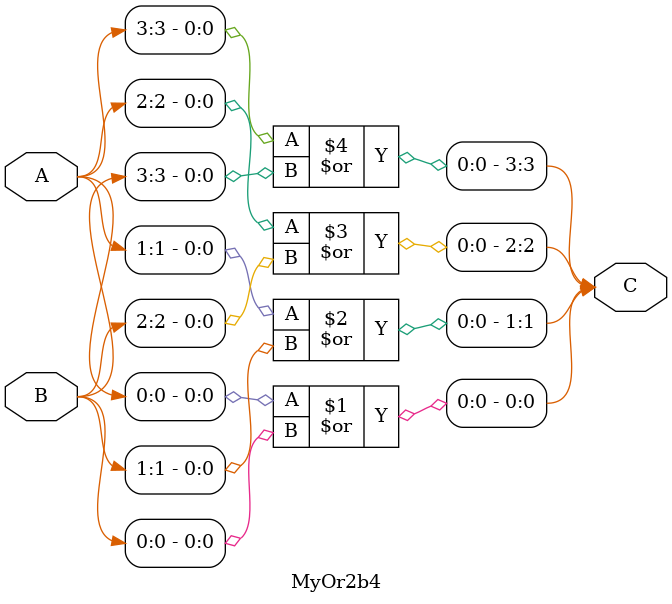
<source format=v>
module MyOr2b4(
    input wire [3:0] A,
    input wire [3:0] B,
    output wire [3:0] C
);

    assign C[0] = A[0] | B[0];
    assign C[1] = A[1] | B[1];
    assign C[2] = A[2] | B[2];
    assign C[3] = A[3] | B[3];

endmodule

</source>
